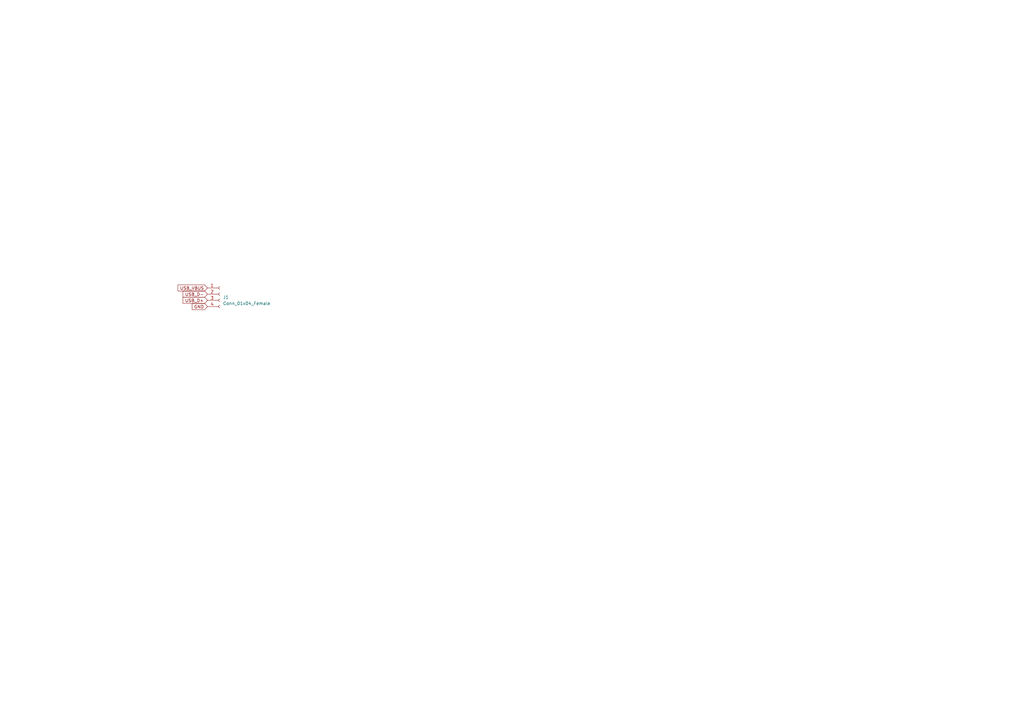
<source format=kicad_sch>
(kicad_sch (version 20210126) (generator eeschema)
  (paper "A3")
  (title_block (title "USB-PCB") (date "2021/02/13") (rev "A00") (company "Brad Ferguson") (comment 1 "MIT License"))
  (lib_symbols
    (symbol "Connector:Conn_01x04_Female" (pin_names (offset 1.016) hide)
      (property "Reference" "J" (at 0 5.08 0))
      (property "Value" "Conn_01x04_Female" (at 0 -7.62 0))
      (symbol "Conn_01x04_Female_1_1"
        (arc (start 0 -4.572) (end 0 -5.588) (radius (at 0 -5.08) (length 0.508) (angles 90.1 -90.1)) (stroke (width 0.1524)))
        (arc (start 0 -2.032) (end 0 -3.048) (radius (at 0 -2.54) (length 0.508) (angles 90.1 -90.1)) (stroke (width 0.1524)))
        (arc (start 0 0.508) (end 0 -0.508) (radius (at 0 0) (length 0.508) (angles 90.1 -90.1)) (stroke (width 0.1524)))
        (arc (start 0 3.048) (end 0 2.032) (radius (at 0 2.54) (length 0.508) (angles 90.1 -90.1)) (stroke (width 0.1524)))
        (polyline (pts (xy -1.27 -5.08) (xy -0.508 -5.08)) (stroke (width 0.1524)))
        (polyline (pts (xy -1.27 -2.54) (xy -0.508 -2.54)) (stroke (width 0.1524)))
        (polyline (pts (xy -1.27 0) (xy -0.508 0)) (stroke (width 0.1524)))
        (polyline (pts (xy -1.27 2.54) (xy -0.508 2.54)) (stroke (width 0.1524)))
        (pin passive line (at -5.08 2.54 0) (length 3.81) (name "Pin_1") (number "1"))
        (pin passive line (at -5.08 0 0) (length 3.81) (name "Pin_2") (number "2"))
        (pin passive line (at -5.08 -2.54 0) (length 3.81) (name "Pin_3") (number "3"))
        (pin passive line (at -5.08 -5.08 0) (length 3.81) (name "Pin_4") (number "4"))
      )
    )
  )
  (global_label "USB_VBUS" (shape input) (at 85.09 118.11 180) (property "Intersheet References" "${INTERSHEET_REFS}" (effects hide)))
  (global_label "USB_D-" (shape input) (at 85.09 120.65 180) (property "Intersheet References" "${INTERSHEET_REFS}" (effects hide)))
  (global_label "USB_D+" (shape input) (at 85.09 123.19 180) (property "Intersheet References" "${INTERSHEET_REFS}" (effects hide)))
  (global_label "GND" (shape input) (at 85.09 125.73 180) (property "Intersheet References" "${INTERSHEET_REFS}" (effects hide)))
  (symbol (lib_id "Connector:Conn_01x04_Female") (at 90.17 120.65 0) (unit 1)
    (property "Reference" "J1" (at 91.44 121.92 0) (effects (justify left)))
    (property "Value" "Conn_01x04_Female" (at 91.44 124.46 0) (effects (justify left)))
    (property "Footprint" "Connector_JST:JST_XH_S4B-XH-A-1_1x04_P2.50mm_Horizontal" (effects hide))
  )
  (symbol (lib_id "USB_A_PLUG") (at 62.23 121.92 0) (unit 1)
    (property "Reference" "J2" (at 62.23 121.92 0) (effects (font (size 1.524 1.524))))
    (property "Value" "USB_A_PLUG" (at 62.23 119.38 0) (effects (font (size 1.524 1.524))))
    (property "Footprint" "usb-PCB" (effects hide))
    (property "Datasheet" "~" (at 62.23 121.92 0) (effects (font (size 1.524 1.524))))
  )
)
</source>
